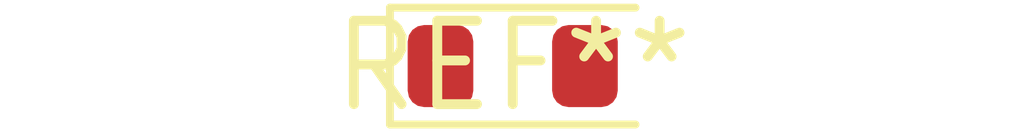
<source format=kicad_pcb>
(kicad_pcb (version 20240108) (generator pcbnew)
  (layers (0 "F.Cu" signal) (31 "B.Cu" signal) (34 "B.Paste" user) (35 "F.Paste" user) (36 "B.SilkS" user "B.Silkscreen") (37 "F.SilkS" user "F.Silkscreen") (38 "B.Mask" user) (39 "F.Mask" user) (44 "Edge.Cuts" user))
  (net 0 "")
  (footprint "Osram_SFH3710" (layer "F.Cu") (at 0 0)
    (property "Reference" "REF**")
    (property "Value" "Osram_SFH3710")
    (fp_line (start -1.87 0.89) (end -1.87 -0.89) (layer "F.SilkS") (stroke (width 0.12)))
    (fp_line (start -1.87 0.89) (end 1.87 0.89) (layer "F.SilkS") (stroke (width 0.12)))
    (fp_line (start 1.87 -0.89) (end -1.87 -0.89) (layer "F.SilkS") (stroke (width 0.12)))
    (pad "1" smd roundrect (at -1.1 0) (size 1 1.25) (layers "F.Cu" "F.Paste" "F.Mask"))
    (pad "2" smd roundrect (at 1.1 0) (size 1 1.25) (layers "F.Cu" "F.Paste" "F.Mask"))
  )
)
</source>
